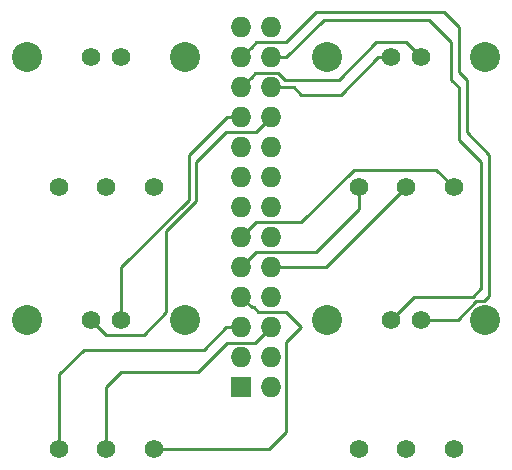
<source format=gtl>
G04 #@! TF.GenerationSoftware,KiCad,Pcbnew,(5.0.0)*
G04 #@! TF.CreationDate,2018-10-08T11:52:11-07:00*
G04 #@! TF.ProjectId,500-1124,3530302D313132342E6B696361645F70,rev?*
G04 #@! TF.SameCoordinates,Original*
G04 #@! TF.FileFunction,Copper,L1,Top,Signal*
G04 #@! TF.FilePolarity,Positive*
%FSLAX46Y46*%
G04 Gerber Fmt 4.6, Leading zero omitted, Abs format (unit mm)*
G04 Created by KiCad (PCBNEW (5.0.0)) date 10/08/18 11:52:11*
%MOMM*%
%LPD*%
G01*
G04 APERTURE LIST*
G04 #@! TA.AperFunction,ComponentPad*
%ADD10C,2.540000*%
G04 #@! TD*
G04 #@! TA.AperFunction,ComponentPad*
%ADD11C,1.574800*%
G04 #@! TD*
G04 #@! TA.AperFunction,ComponentPad*
%ADD12R,1.727200X1.727200*%
G04 #@! TD*
G04 #@! TA.AperFunction,ComponentPad*
%ADD13O,1.727200X1.727200*%
G04 #@! TD*
G04 #@! TA.AperFunction,Conductor*
%ADD14C,0.250000*%
G04 #@! TD*
G04 APERTURE END LIST*
D10*
G04 #@! TO.P,R1,*
G04 #@! TO.N,*
X120300000Y-76200000D03*
X133700000Y-76200000D03*
D11*
G04 #@! TO.P,R1,4*
G04 #@! TO.N,Net-(P1-Pad18)*
X125730000Y-76200000D03*
G04 #@! TO.P,R1,5*
G04 #@! TO.N,Net-(P1-Pad17)*
X128270000Y-76200000D03*
G04 #@! TO.P,R1,2*
G04 #@! TO.N,Net-(P1-Pad2)*
X127000000Y-87200000D03*
G04 #@! TO.P,R1,3*
G04 #@! TO.N,Net-(P1-Pad3)*
X131000000Y-87200000D03*
G04 #@! TO.P,R1,1*
G04 #@! TO.N,Net-(P1-Pad1)*
X123000000Y-87200000D03*
G04 #@! TD*
D10*
G04 #@! TO.P,R2,*
G04 #@! TO.N,*
X120300000Y-98425000D03*
X133700000Y-98425000D03*
D11*
G04 #@! TO.P,R2,4*
G04 #@! TO.N,Net-(P1-Pad20)*
X125730000Y-98425000D03*
G04 #@! TO.P,R2,5*
G04 #@! TO.N,Net-(P1-Pad19)*
X128270000Y-98425000D03*
G04 #@! TO.P,R2,2*
G04 #@! TO.N,Net-(P1-Pad6)*
X127000000Y-109425000D03*
G04 #@! TO.P,R2,3*
G04 #@! TO.N,Net-(P1-Pad7)*
X131000000Y-109425000D03*
G04 #@! TO.P,R2,1*
G04 #@! TO.N,Net-(P1-Pad5)*
X123000000Y-109425000D03*
G04 #@! TD*
D10*
G04 #@! TO.P,R3,*
G04 #@! TO.N,*
X145700000Y-76200000D03*
X159100000Y-76200000D03*
D11*
G04 #@! TO.P,R3,4*
G04 #@! TO.N,Net-(P1-Pad22)*
X151130000Y-76200000D03*
G04 #@! TO.P,R3,5*
G04 #@! TO.N,Net-(P1-Pad21)*
X153670000Y-76200000D03*
G04 #@! TO.P,R3,2*
G04 #@! TO.N,Net-(P1-Pad10)*
X152400000Y-87200000D03*
G04 #@! TO.P,R3,3*
G04 #@! TO.N,Net-(P1-Pad11)*
X156400000Y-87200000D03*
G04 #@! TO.P,R3,1*
G04 #@! TO.N,Net-(P1-Pad9)*
X148400000Y-87200000D03*
G04 #@! TD*
D10*
G04 #@! TO.P,R4,*
G04 #@! TO.N,*
X145700000Y-98425000D03*
X159100000Y-98425000D03*
D11*
G04 #@! TO.P,R4,4*
G04 #@! TO.N,Net-(P1-Pad24)*
X151130000Y-98425000D03*
G04 #@! TO.P,R4,5*
G04 #@! TO.N,Net-(P1-Pad23)*
X153670000Y-98425000D03*
G04 #@! TO.P,R4,2*
G04 #@! TO.N,Net-(P1-Pad14)*
X152400000Y-109425000D03*
G04 #@! TO.P,R4,3*
G04 #@! TO.N,Net-(P1-Pad15)*
X156400000Y-109425000D03*
G04 #@! TO.P,R4,1*
G04 #@! TO.N,Net-(P1-Pad13)*
X148400000Y-109425000D03*
G04 #@! TD*
D12*
G04 #@! TO.P,P1,1*
G04 #@! TO.N,Net-(P1-Pad1)*
X138430000Y-104140000D03*
D13*
G04 #@! TO.P,P1,2*
G04 #@! TO.N,Net-(P1-Pad2)*
X140970000Y-104140000D03*
G04 #@! TO.P,P1,3*
G04 #@! TO.N,Net-(P1-Pad3)*
X138430000Y-101600000D03*
G04 #@! TO.P,P1,4*
G04 #@! TO.N,Net-(P1-Pad4)*
X140970000Y-101600000D03*
G04 #@! TO.P,P1,5*
G04 #@! TO.N,Net-(P1-Pad5)*
X138430000Y-99060000D03*
G04 #@! TO.P,P1,6*
G04 #@! TO.N,Net-(P1-Pad6)*
X140970000Y-99060000D03*
G04 #@! TO.P,P1,7*
G04 #@! TO.N,Net-(P1-Pad7)*
X138430000Y-96520000D03*
G04 #@! TO.P,P1,8*
G04 #@! TO.N,Net-(P1-Pad8)*
X140970000Y-96520000D03*
G04 #@! TO.P,P1,9*
G04 #@! TO.N,Net-(P1-Pad9)*
X138430000Y-93980000D03*
G04 #@! TO.P,P1,10*
G04 #@! TO.N,Net-(P1-Pad10)*
X140970000Y-93980000D03*
G04 #@! TO.P,P1,11*
G04 #@! TO.N,Net-(P1-Pad11)*
X138430000Y-91440000D03*
G04 #@! TO.P,P1,12*
G04 #@! TO.N,Net-(P1-Pad12)*
X140970000Y-91440000D03*
G04 #@! TO.P,P1,13*
G04 #@! TO.N,Net-(P1-Pad13)*
X138430000Y-88900000D03*
G04 #@! TO.P,P1,14*
G04 #@! TO.N,Net-(P1-Pad14)*
X140970000Y-88900000D03*
G04 #@! TO.P,P1,15*
G04 #@! TO.N,Net-(P1-Pad15)*
X138430000Y-86360000D03*
G04 #@! TO.P,P1,16*
G04 #@! TO.N,Net-(P1-Pad16)*
X140970000Y-86360000D03*
G04 #@! TO.P,P1,17*
G04 #@! TO.N,Net-(P1-Pad17)*
X138430000Y-83820000D03*
G04 #@! TO.P,P1,18*
G04 #@! TO.N,Net-(P1-Pad18)*
X140970000Y-83820000D03*
G04 #@! TO.P,P1,19*
G04 #@! TO.N,Net-(P1-Pad19)*
X138430000Y-81280000D03*
G04 #@! TO.P,P1,20*
G04 #@! TO.N,Net-(P1-Pad20)*
X140970000Y-81280000D03*
G04 #@! TO.P,P1,21*
G04 #@! TO.N,Net-(P1-Pad21)*
X138430000Y-78740000D03*
G04 #@! TO.P,P1,22*
G04 #@! TO.N,Net-(P1-Pad22)*
X140970000Y-78740000D03*
G04 #@! TO.P,P1,23*
G04 #@! TO.N,Net-(P1-Pad23)*
X138430000Y-76200000D03*
G04 #@! TO.P,P1,24*
G04 #@! TO.N,Net-(P1-Pad24)*
X140970000Y-76200000D03*
G04 #@! TO.P,P1,25*
G04 #@! TO.N,Net-(P1-Pad25)*
X138430000Y-73660000D03*
G04 #@! TO.P,P1,26*
G04 #@! TO.N,Net-(P1-Pad26)*
X140970000Y-73660000D03*
G04 #@! TD*
D14*
G04 #@! TO.N,Net-(P1-Pad5)*
X138430000Y-99060000D02*
X137160000Y-99060000D01*
X137160000Y-99060000D02*
X135255000Y-100965000D01*
X135255000Y-100965000D02*
X125095000Y-100965000D01*
X125095000Y-100965000D02*
X123000000Y-103060000D01*
X123000000Y-103060000D02*
X123000000Y-109425000D01*
G04 #@! TO.N,Net-(P1-Pad6)*
X140970000Y-99060000D02*
X139618601Y-100411399D01*
X139618601Y-100411399D02*
X137241399Y-100411399D01*
X137241399Y-100411399D02*
X134782798Y-102870000D01*
X134782798Y-102870000D02*
X128270000Y-102870000D01*
X128270000Y-102870000D02*
X127000000Y-104140000D01*
X127000000Y-104140000D02*
X127000000Y-109425000D01*
G04 #@! TO.N,Net-(P1-Pad7)*
X138430000Y-96520000D02*
X139293599Y-97383599D01*
X139293599Y-97383599D02*
X139471401Y-97383599D01*
X139471401Y-97383599D02*
X139877802Y-97790000D01*
X139877802Y-97790000D02*
X142240000Y-97790000D01*
X142240000Y-100330000D02*
X142240000Y-107950000D01*
X142240000Y-97790000D02*
X143510000Y-99060000D01*
X143510000Y-99060000D02*
X142240000Y-100330000D01*
X142240000Y-107950000D02*
X140765000Y-109425000D01*
X140765000Y-109425000D02*
X131000000Y-109425000D01*
G04 #@! TO.N,Net-(P1-Pad9)*
X138430000Y-93980000D02*
X139700000Y-92710000D01*
X139700000Y-92710000D02*
X144780000Y-92710000D01*
X144780000Y-92710000D02*
X148400000Y-89090000D01*
X148400000Y-89090000D02*
X148400000Y-87200000D01*
G04 #@! TO.N,Net-(P1-Pad10)*
X140970000Y-93980000D02*
X145620000Y-93980000D01*
X145620000Y-93980000D02*
X152400000Y-87200000D01*
G04 #@! TO.N,Net-(P1-Pad11)*
X139700000Y-90170000D02*
X138430000Y-91440000D01*
X143510000Y-90170000D02*
X139700000Y-90170000D01*
X147955000Y-85725000D02*
X143510000Y-90170000D01*
X154925000Y-85725000D02*
X147955000Y-85725000D01*
X156400000Y-87200000D02*
X154925000Y-85725000D01*
G04 #@! TO.N,Net-(P1-Pad19)*
X138430000Y-81280000D02*
X137208686Y-81280000D01*
X133985000Y-88265000D02*
X128270000Y-93980000D01*
X137208686Y-81280000D02*
X133985000Y-84503686D01*
X133985000Y-84503686D02*
X133985000Y-88265000D01*
X128270000Y-93980000D02*
X128270000Y-98425000D01*
G04 #@! TO.N,Net-(P1-Pad20)*
X125730000Y-98425000D02*
X127000000Y-99695000D01*
X127000000Y-99695000D02*
X130175000Y-99695000D01*
X130175000Y-99695000D02*
X132080000Y-97790000D01*
X134620000Y-85090000D02*
X137160000Y-82550000D01*
X132080000Y-97790000D02*
X132080000Y-90950870D01*
X132080000Y-90950870D02*
X134620000Y-88410870D01*
X134620000Y-88410870D02*
X134620000Y-85090000D01*
X137160000Y-82550000D02*
X139700000Y-82550000D01*
X139700000Y-82550000D02*
X140970000Y-81280000D01*
G04 #@! TO.N,Net-(P1-Pad21)*
X153670000Y-76200000D02*
X152400000Y-74930000D01*
X152400000Y-74930000D02*
X149860000Y-74930000D01*
X149860000Y-74930000D02*
X146685000Y-78105000D01*
X146685000Y-78105000D02*
X142094130Y-78105000D01*
X142094130Y-78105000D02*
X141540529Y-77551399D01*
X141540529Y-77551399D02*
X139618601Y-77551399D01*
X139618601Y-77551399D02*
X139293599Y-77876401D01*
X139293599Y-77876401D02*
X138430000Y-78740000D01*
G04 #@! TO.N,Net-(P1-Pad22)*
X151130000Y-76200000D02*
X150016449Y-76200000D01*
X146841449Y-79375000D02*
X143510000Y-79375000D01*
X142875000Y-78740000D02*
X140970000Y-78740000D01*
X150016449Y-76200000D02*
X146841449Y-79375000D01*
X143510000Y-79375000D02*
X142875000Y-78740000D01*
G04 #@! TO.N,Net-(P1-Pad23)*
X139700000Y-74930000D02*
X139293599Y-75336401D01*
X142240000Y-74930000D02*
X139700000Y-74930000D01*
X158334399Y-96829999D02*
X158970810Y-96829999D01*
X144780000Y-72390000D02*
X142240000Y-74930000D01*
X156845000Y-77470000D02*
X156845000Y-73660000D01*
X157504999Y-82574999D02*
X157504999Y-78129999D01*
X156845000Y-73660000D02*
X155575000Y-72390000D01*
X159385000Y-84455000D02*
X157504999Y-82574999D01*
X155575000Y-72390000D02*
X144780000Y-72390000D01*
X156739398Y-98425000D02*
X158334399Y-96829999D01*
X158970810Y-96829999D02*
X159385000Y-96415809D01*
X139293599Y-75336401D02*
X138430000Y-76200000D01*
X153670000Y-98425000D02*
X156739398Y-98425000D01*
X157504999Y-78129999D02*
X156845000Y-77470000D01*
X159385000Y-96415809D02*
X159385000Y-84455000D01*
G04 #@! TO.N,Net-(P1-Pad24)*
X140970000Y-76200000D02*
X142240000Y-76200000D01*
X156845000Y-78740000D02*
X156845000Y-83185000D01*
X158007987Y-96520000D02*
X153035000Y-96520000D01*
X142240000Y-76200000D02*
X145415000Y-73025000D01*
X145415000Y-73025000D02*
X154305000Y-73025000D01*
X156845000Y-83185000D02*
X158750000Y-85090000D01*
X154305000Y-73025000D02*
X156210000Y-74930000D01*
X156210000Y-74930000D02*
X156210000Y-78105000D01*
X156210000Y-78105000D02*
X156845000Y-78740000D01*
X158750000Y-85090000D02*
X158750000Y-95777987D01*
X158750000Y-95777987D02*
X158007987Y-96520000D01*
X153035000Y-96520000D02*
X151130000Y-98425000D01*
G04 #@! TD*
M02*

</source>
